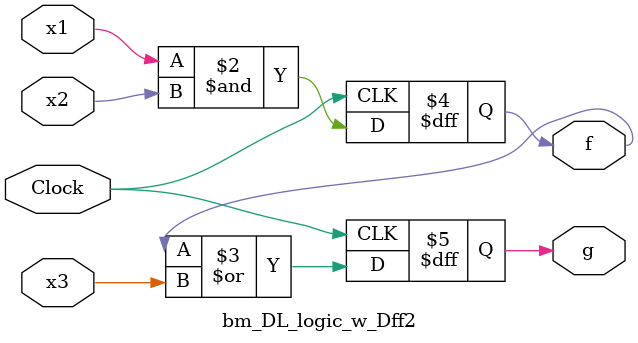
<source format=v>
module bm_DL_logic_w_Dff2(x1, x2, x3, Clock, f, g);
	input x1, x2, x3, Clock;
	output f, g;
	reg f, g;
	always @(posedge Clock)
	begin
		f <= x1 & x2;
		g <= f | x3;
	end
endmodule
</source>
